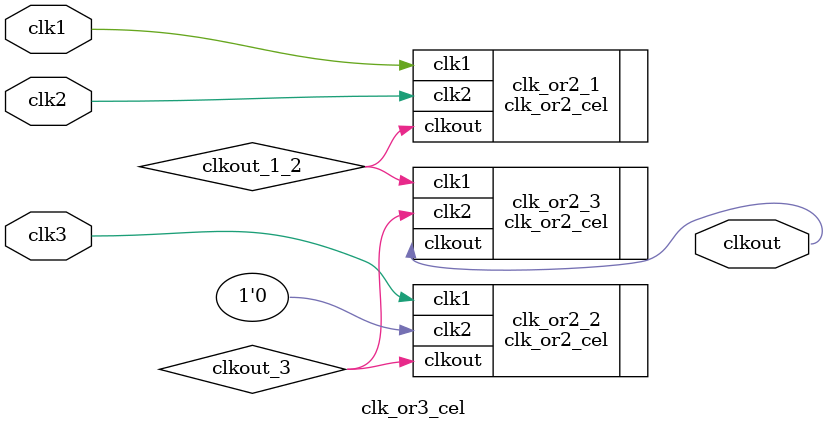
<source format=v>



module clk_or3_cel(
output clkout, // OR output
input  clk1, // clock 1
input  clk2, // clock 2
input  clk3  // clock 3
);

wire clkout_1_2;
wire clkout_3;

// First OR level for clk1 and clk2
clk_or2_cel clk_or2_1(
.clkout (clkout_1_2), // OR output
.clk1   (clk1),       // clock 1
.clk2   (clk2)        // clock 2
);

// First OR level for clk3
clk_or2_cel clk_or2_2(
.clkout (clkout_3), // OR output
.clk1   (clk3),     // clock 1
.clk2   (1'b0)      // clock 2
);

// Second OR level for clk1, clk2 and clk3
clk_or2_cel clk_or2_3(
.clkout (clkout),      // OR output
.clk1   (clkout_1_2),  // clock 1
.clk2   (clkout_3)     // clock 2
);

endmodule // clk_or3_cel

</source>
